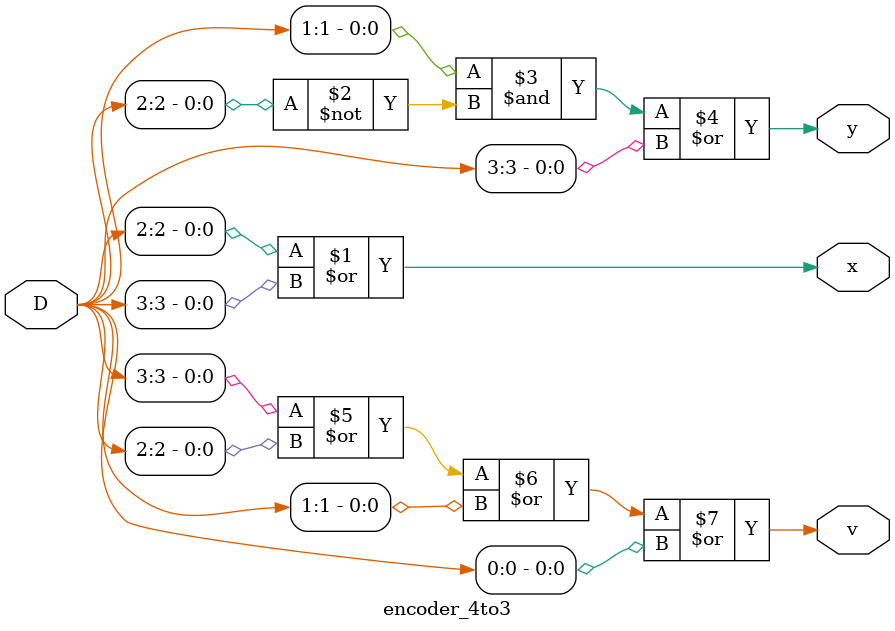
<source format=v>
`timescale 1ns / 1ps

module encoder_4to3(x,y,v,D);
input [3:0] D;
output x,y,v;
wire x,y,v;
  
assign x=D[2]|D[3];
assign y=D[1]&(~D[2])|D[3];
assign v=D[3]|D[2]|D[1]|D[0];
endmodule


</source>
